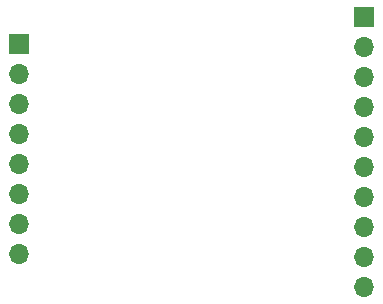
<source format=gbr>
%TF.GenerationSoftware,KiCad,Pcbnew,5.1.9+dfsg1-1*%
%TF.CreationDate,2021-05-25T15:53:09+02:00*%
%TF.ProjectId,i2c-control-interface,6932632d-636f-46e7-9472-6f6c2d696e74,rev?*%
%TF.SameCoordinates,Original*%
%TF.FileFunction,Soldermask,Bot*%
%TF.FilePolarity,Negative*%
%FSLAX46Y46*%
G04 Gerber Fmt 4.6, Leading zero omitted, Abs format (unit mm)*
G04 Created by KiCad (PCBNEW 5.1.9+dfsg1-1) date 2021-05-25 15:53:09*
%MOMM*%
%LPD*%
G01*
G04 APERTURE LIST*
%ADD10O,1.700000X1.700000*%
%ADD11R,1.700000X1.700000*%
G04 APERTURE END LIST*
D10*
%TO.C,J2*%
X141478000Y-128524000D03*
X141478000Y-125984000D03*
X141478000Y-123444000D03*
X141478000Y-120904000D03*
X141478000Y-118364000D03*
X141478000Y-115824000D03*
X141478000Y-113284000D03*
X141478000Y-110744000D03*
X141478000Y-108204000D03*
D11*
X141478000Y-105664000D03*
%TD*%
D10*
%TO.C,J1*%
X112268000Y-125730000D03*
X112268000Y-123190000D03*
X112268000Y-120650000D03*
X112268000Y-118110000D03*
X112268000Y-115570000D03*
X112268000Y-113030000D03*
X112268000Y-110490000D03*
D11*
X112268000Y-107950000D03*
%TD*%
M02*

</source>
